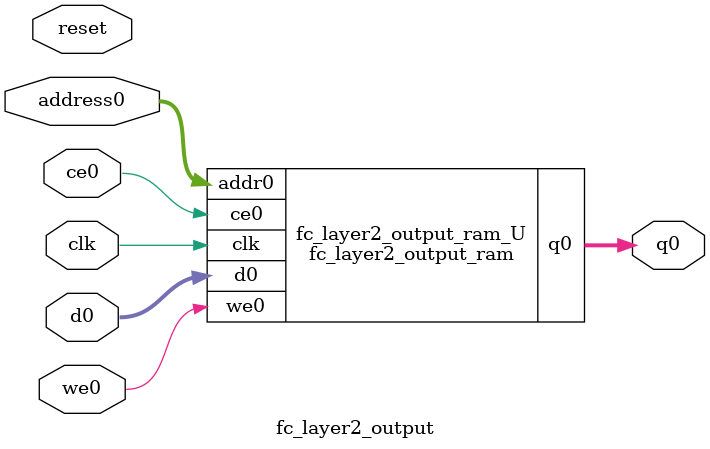
<source format=v>

`timescale 1 ns / 1 ps
module fc_layer2_output_ram (addr0, ce0, d0, we0, q0,  clk);

parameter DWIDTH = 32;
parameter AWIDTH = 7;
parameter MEM_SIZE = 84;

input[AWIDTH-1:0] addr0;
input ce0;
input[DWIDTH-1:0] d0;
input we0;
output reg[DWIDTH-1:0] q0;
input clk;

(* ram_style = "block" *)reg [DWIDTH-1:0] ram[0:MEM_SIZE-1];




always @(posedge clk)  
begin 
    if (ce0) 
    begin
        if (we0) 
        begin 
            ram[addr0] <= d0; 
            q0 <= d0;
        end 
        else 
            q0 <= ram[addr0];
    end
end


endmodule


`timescale 1 ns / 1 ps
module fc_layer2_output(
    reset,
    clk,
    address0,
    ce0,
    we0,
    d0,
    q0);

parameter DataWidth = 32'd32;
parameter AddressRange = 32'd84;
parameter AddressWidth = 32'd7;
input reset;
input clk;
input[AddressWidth - 1:0] address0;
input ce0;
input we0;
input[DataWidth - 1:0] d0;
output[DataWidth - 1:0] q0;



fc_layer2_output_ram fc_layer2_output_ram_U(
    .clk( clk ),
    .addr0( address0 ),
    .ce0( ce0 ),
    .d0( d0 ),
    .we0( we0 ),
    .q0( q0 ));

endmodule


</source>
